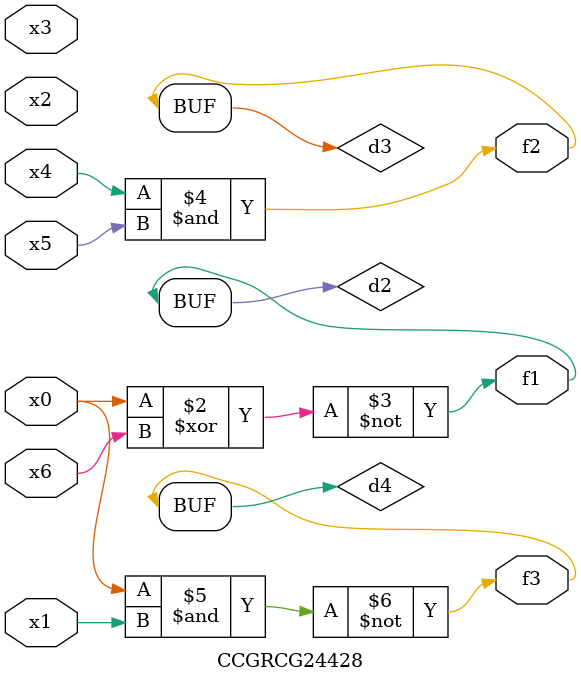
<source format=v>
module CCGRCG24428(
	input x0, x1, x2, x3, x4, x5, x6,
	output f1, f2, f3
);

	wire d1, d2, d3, d4;

	nor (d1, x0);
	xnor (d2, x0, x6);
	and (d3, x4, x5);
	nand (d4, x0, x1);
	assign f1 = d2;
	assign f2 = d3;
	assign f3 = d4;
endmodule

</source>
